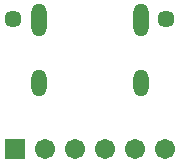
<source format=gbr>
%TF.GenerationSoftware,Altium Limited,Altium Designer,21.3.2 (30)*%
G04 Layer_Color=16711935*
%FSLAX44Y44*%
%MOMM*%
%TF.SameCoordinates,675AFF39-0D07-4396-8A84-043E8CC343DD*%
%TF.FilePolarity,Negative*%
%TF.FileFunction,Soldermask,Bot*%
%TF.Part,Single*%
G01*
G75*
%TA.AperFunction,WasherPad*%
%ADD23C,1.4480*%
%TA.AperFunction,ComponentPad*%
%ADD24R,1.7032X1.7032*%
%ADD25C,1.7032*%
%ADD26O,1.3032X2.8032*%
%ADD27O,1.3032X2.3032*%
D23*
X65000Y10000D02*
D03*
X-65000D02*
D03*
D24*
X-63500Y-100000D02*
D03*
D25*
X-38100D02*
D03*
X-12700D02*
D03*
X12700D02*
D03*
X38100D02*
D03*
X63500D02*
D03*
D26*
X43600Y9040D02*
D03*
X-42800D02*
D03*
D27*
X43400Y-44460D02*
D03*
X-43000D02*
D03*
%TF.MD5,b379a900b0114ac43c38bbc0dad8074a*%
M02*

</source>
